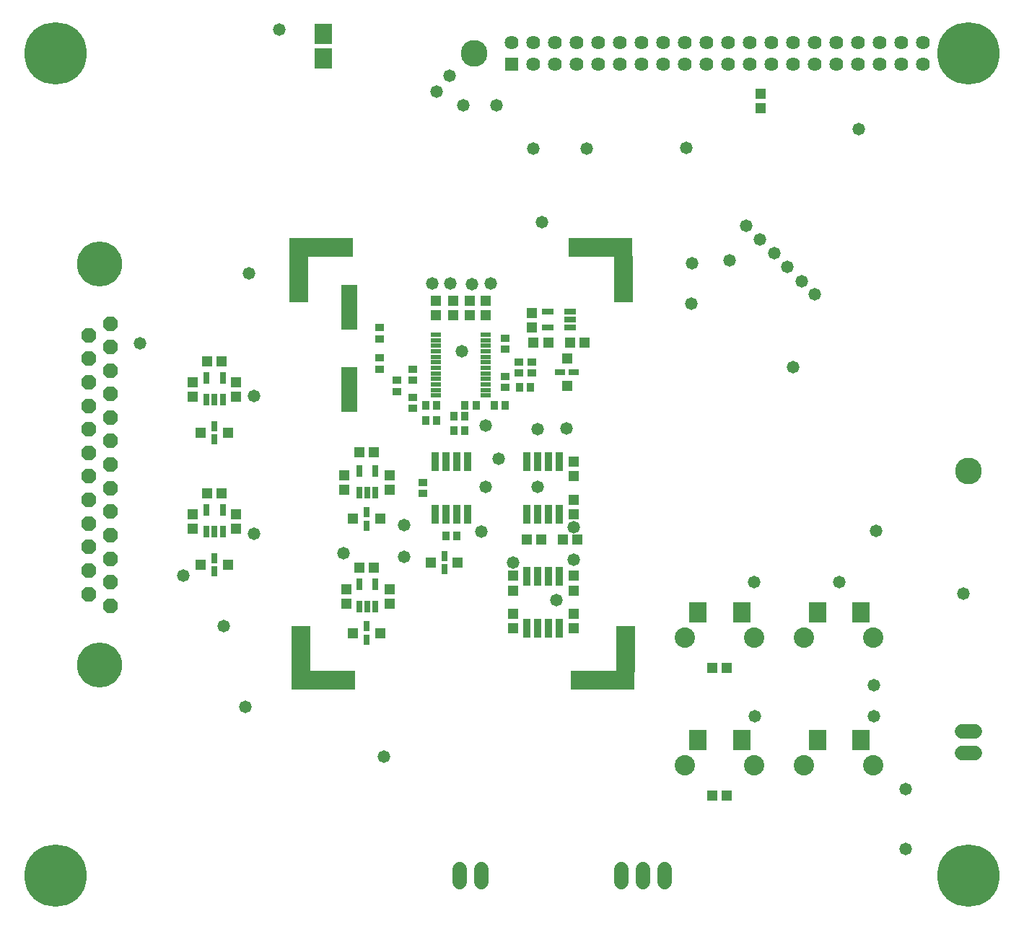
<source format=gbr>
G75*
G70*
%OFA0B0*%
%FSLAX24Y24*%
%IPPOS*%
%LPD*%
%AMOC8*
5,1,8,0,0,1.08239X$1,22.5*
%
%ADD10C,0.1230*%
%ADD11OC8,0.0680*%
%ADD12C,0.2080*%
%ADD13R,0.0340X0.0880*%
%ADD14R,0.0474X0.0513*%
%ADD15R,0.0513X0.0474*%
%ADD16R,0.0470X0.0200*%
%ADD17R,0.0356X0.0434*%
%ADD18R,0.0434X0.0356*%
%ADD19R,0.0780X0.2080*%
%ADD20R,0.0316X0.0474*%
%ADD21R,0.0474X0.0474*%
%ADD22R,0.0297X0.0552*%
%ADD23R,0.0552X0.0297*%
%ADD24R,0.0474X0.0316*%
%ADD25C,0.0640*%
%ADD26R,0.0640X0.0640*%
%ADD27C,0.0940*%
%ADD28C,0.0680*%
%ADD29R,0.2980X0.0880*%
%ADD30R,0.0880X0.2180*%
%ADD31R,0.0789X0.0926*%
%ADD32R,0.0789X0.0946*%
%ADD33C,0.0580*%
%ADD34C,0.2880*%
D10*
X047341Y022263D03*
X024501Y041558D03*
D11*
X007686Y029068D03*
X007686Y027978D03*
X006686Y027438D03*
X006686Y028528D03*
X007686Y026898D03*
X007686Y025808D03*
X006686Y025268D03*
X006686Y026348D03*
X007686Y024718D03*
X007686Y023638D03*
X006686Y024178D03*
X006686Y023088D03*
X007686Y022548D03*
X007686Y021458D03*
X007686Y020378D03*
X006686Y020918D03*
X006686Y022008D03*
X006686Y019828D03*
X006686Y018748D03*
X007686Y019288D03*
X007686Y018198D03*
X006686Y017658D03*
X006686Y016568D03*
X007686Y016028D03*
X007686Y017118D03*
D12*
X007186Y013288D03*
X007186Y031808D03*
D13*
X022706Y022688D03*
X023206Y022688D03*
X023706Y022688D03*
X024206Y022688D03*
X026936Y022688D03*
X027436Y022688D03*
X027936Y022688D03*
X028436Y022688D03*
X028436Y020268D03*
X027936Y020268D03*
X027436Y020268D03*
X026936Y020268D03*
X024206Y020268D03*
X023706Y020268D03*
X023206Y020268D03*
X022706Y020268D03*
X026936Y017398D03*
X027436Y017398D03*
X027936Y017398D03*
X028436Y017398D03*
X028436Y014978D03*
X027936Y014978D03*
X027436Y014978D03*
X026936Y014978D03*
D14*
X026286Y014973D03*
X026286Y015643D03*
X029086Y015643D03*
X029086Y014973D03*
X029086Y016733D03*
X029086Y017403D03*
X029251Y019098D03*
X028582Y019098D03*
X029086Y020263D03*
X029086Y020933D03*
X029086Y022023D03*
X029086Y022693D03*
X027176Y028893D03*
X027176Y029563D03*
X020596Y022043D03*
X020596Y021373D03*
X018496Y021373D03*
X018496Y022043D03*
X013486Y020253D03*
X013486Y019583D03*
X011486Y019583D03*
X011486Y020253D03*
X011486Y025683D03*
X011486Y026353D03*
X013486Y026353D03*
X013486Y025683D03*
X018596Y016793D03*
X018596Y016123D03*
X020591Y016123D03*
X020591Y016793D03*
X035512Y013168D03*
X036181Y013168D03*
X036181Y007268D03*
X035512Y007268D03*
D15*
X026286Y016733D03*
X026286Y017403D03*
X026942Y019098D03*
X027611Y019098D03*
X019871Y017778D03*
X019202Y017778D03*
X019202Y023108D03*
X019871Y023108D03*
X012821Y021218D03*
X012152Y021218D03*
X012152Y027318D03*
X012821Y027318D03*
X022746Y029443D03*
X022746Y030113D03*
X023516Y030113D03*
X024286Y030113D03*
X025046Y030113D03*
X025046Y029443D03*
X024286Y029443D03*
X023516Y029443D03*
X027247Y028178D03*
X027916Y028178D03*
X028917Y028178D03*
X029586Y028178D03*
X037736Y039013D03*
X037736Y039683D03*
D16*
X025045Y028556D03*
X025045Y028300D03*
X025045Y028044D03*
X025045Y027788D03*
X025045Y027532D03*
X025045Y027276D03*
X025045Y027020D03*
X025045Y026764D03*
X025045Y026508D03*
X025045Y026252D03*
X025045Y025997D03*
X025045Y025741D03*
X022748Y025741D03*
X022748Y025997D03*
X022748Y026252D03*
X022748Y026508D03*
X022748Y026764D03*
X022748Y027020D03*
X022748Y027276D03*
X022748Y027532D03*
X022748Y027788D03*
X022748Y028044D03*
X022748Y028300D03*
X022748Y028556D03*
D17*
X022762Y025298D03*
X022250Y025298D03*
X022250Y024598D03*
X022762Y024598D03*
X023560Y024798D03*
X024072Y024798D03*
X024080Y025298D03*
X024592Y025298D03*
X025436Y025283D03*
X025947Y025283D03*
X026590Y026128D03*
X027102Y026128D03*
X024072Y024108D03*
X023560Y024108D03*
X023712Y019238D03*
X023200Y019238D03*
D18*
X022126Y021222D03*
X022126Y021734D03*
X021666Y025142D03*
X021666Y025654D03*
X020926Y025932D03*
X020926Y026444D03*
X021666Y026442D03*
X021666Y026954D03*
X020146Y026962D03*
X020146Y027474D03*
X020146Y028362D03*
X020146Y028874D03*
X025936Y028384D03*
X025936Y027872D03*
X026556Y027284D03*
X026556Y026772D03*
X027156Y026772D03*
X027156Y027284D03*
X025936Y026634D03*
X025936Y026122D03*
D19*
X018726Y026018D03*
X018726Y029818D03*
D20*
X012486Y024333D03*
X012486Y023703D03*
X012486Y018233D03*
X012486Y017603D03*
X019536Y019723D03*
X019536Y020353D03*
X023116Y018333D03*
X023116Y017703D03*
X019536Y015083D03*
X019536Y014453D03*
D21*
X018906Y014768D03*
X020166Y014768D03*
X022486Y018018D03*
X023746Y018018D03*
X020166Y020038D03*
X018906Y020038D03*
X013116Y017918D03*
X011856Y017918D03*
X011856Y024018D03*
X013116Y024018D03*
X028786Y026188D03*
X028786Y027448D03*
D22*
X019936Y022259D03*
X019188Y022259D03*
X019188Y021236D03*
X019562Y021236D03*
X019936Y021236D03*
X019936Y017009D03*
X019188Y017009D03*
X019188Y015986D03*
X019562Y015986D03*
X019936Y015986D03*
X012886Y019446D03*
X012512Y019446D03*
X012138Y019446D03*
X012138Y020469D03*
X012886Y020469D03*
X012886Y025546D03*
X012512Y025546D03*
X012138Y025546D03*
X012138Y026569D03*
X012886Y026569D03*
D23*
X027905Y028870D03*
X027905Y029618D03*
X028929Y029618D03*
X028929Y029244D03*
X028929Y028870D03*
D24*
X029101Y026818D03*
X028471Y026818D03*
D25*
X028236Y041058D03*
X027236Y041058D03*
X027236Y042058D03*
X026236Y042058D03*
X028236Y042058D03*
X029236Y042058D03*
X030236Y042058D03*
X031236Y042058D03*
X032236Y042058D03*
X033236Y042058D03*
X034236Y042058D03*
X035236Y042058D03*
X036236Y042058D03*
X037236Y042058D03*
X038236Y042058D03*
X039236Y042058D03*
X040236Y042058D03*
X041236Y042058D03*
X042236Y042058D03*
X043236Y042058D03*
X044236Y042058D03*
X045236Y042058D03*
X045236Y041058D03*
X044236Y041058D03*
X043236Y041058D03*
X042236Y041058D03*
X041236Y041058D03*
X040236Y041058D03*
X039236Y041058D03*
X038236Y041058D03*
X037236Y041058D03*
X036236Y041058D03*
X035236Y041058D03*
X034236Y041058D03*
X033236Y041058D03*
X032236Y041058D03*
X031236Y041058D03*
X030236Y041058D03*
X029236Y041058D03*
D26*
X026236Y041058D03*
D27*
X034246Y014548D03*
X037446Y014548D03*
X039746Y014548D03*
X042946Y014548D03*
X042946Y008648D03*
X039746Y008648D03*
X037446Y008648D03*
X034246Y008648D03*
D28*
X033286Y003848D02*
X033286Y003248D01*
X032286Y003248D02*
X032286Y003848D01*
X031286Y003848D02*
X031286Y003248D01*
X024846Y003248D02*
X024846Y003848D01*
X023846Y003848D02*
X023846Y003248D01*
X047046Y009208D02*
X047646Y009208D01*
X047646Y010208D02*
X047046Y010208D01*
D29*
X030446Y012578D03*
X017546Y012578D03*
X017446Y032578D03*
X030346Y032578D03*
D30*
X031396Y031128D03*
X016396Y031128D03*
X016496Y014028D03*
X031496Y014028D03*
D31*
X017546Y041307D03*
X017546Y042469D03*
D32*
X034842Y015718D03*
X036850Y015718D03*
X040352Y015718D03*
X042360Y015718D03*
X042360Y009808D03*
X040352Y009808D03*
X036850Y009808D03*
X034842Y009808D03*
D33*
X037466Y010928D03*
X042956Y010928D03*
X042956Y012368D03*
X044446Y007548D03*
X044446Y004798D03*
X047106Y016588D03*
X043066Y019498D03*
X041376Y017128D03*
X037436Y017118D03*
X029096Y018158D03*
X029086Y019668D03*
X027436Y021518D03*
X025636Y022808D03*
X025036Y021518D03*
X024836Y019448D03*
X026286Y018008D03*
X028306Y016278D03*
X021266Y018278D03*
X021266Y019768D03*
X018476Y018448D03*
X014316Y019358D03*
X011066Y017408D03*
X012926Y015098D03*
X013946Y011348D03*
X020346Y009048D03*
X027446Y024188D03*
X028766Y024208D03*
X025036Y024368D03*
X023916Y027788D03*
X024386Y030898D03*
X025266Y030908D03*
X023406Y030908D03*
X022556Y030918D03*
X027646Y033748D03*
X027246Y037148D03*
X029706Y037168D03*
X034286Y037188D03*
X037071Y033588D03*
X037711Y032958D03*
X038351Y032318D03*
X038951Y031688D03*
X039641Y031018D03*
X040241Y030428D03*
X039246Y027048D03*
X034536Y029988D03*
X034556Y031838D03*
X036286Y031988D03*
X042256Y038058D03*
X025526Y039148D03*
X023986Y039148D03*
X022776Y039788D03*
X023366Y040528D03*
X015496Y042648D03*
X014096Y031398D03*
X009067Y028157D03*
X014316Y025708D03*
D34*
X005165Y003548D03*
X047346Y003548D03*
X047346Y041548D03*
X005165Y041548D03*
M02*

</source>
